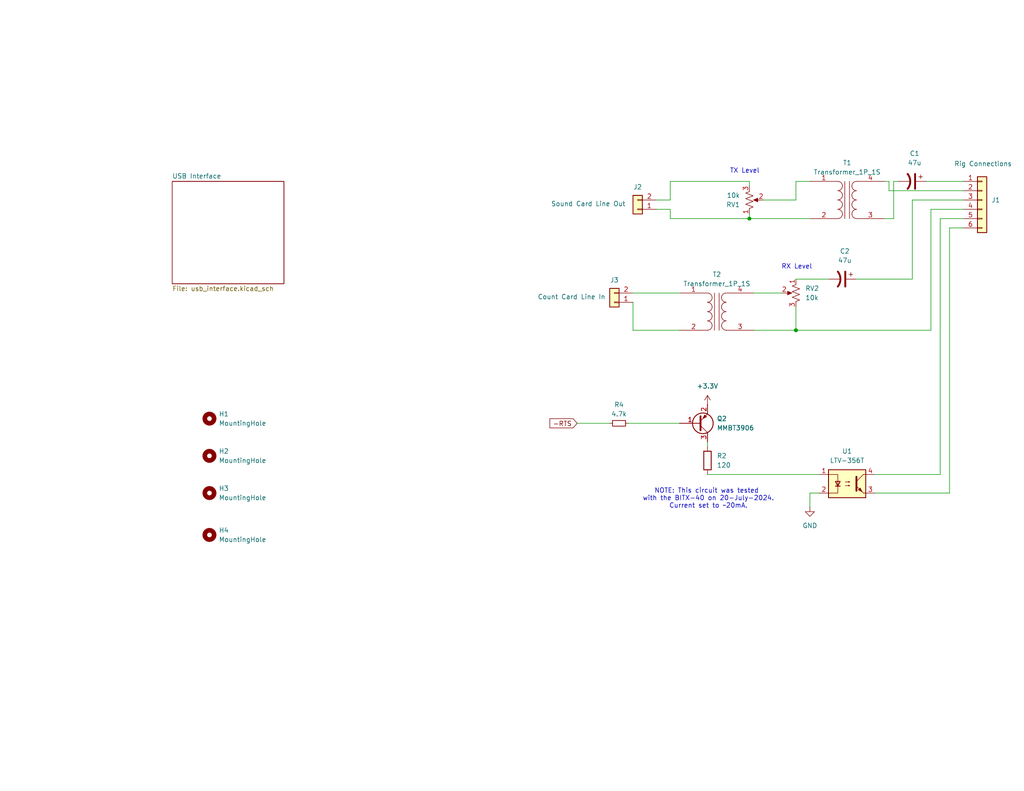
<source format=kicad_sch>
(kicad_sch (version 20231120) (generator "eeschema") (generator_version "8.0")
  (paper "USLetter")
  (title_block (title "Digital Interface") (date "2024-07-20") (rev "1") (company "Bruce MacKinnon KC1FSZ"))
  (lib_symbols
    (symbol "Connector_Generic:Conn_01x02" (pin_names (offset 1.016) hide)
      (property "Reference" "J" (at 0 2.54 0))
      (property "Value" "Conn_01x02" (at 0 -5.08 0))
      (symbol "Conn_01x02_1_1"
        (rectangle (start -1.27 -2.413) (end 0 -2.667) (stroke (width 0.1524)))
        (rectangle (start -1.27 0.127) (end 0 -0.127) (stroke (width 0.1524)))
        (rectangle (start -1.27 1.27) (end 1.27 -3.81) (stroke (width 0.254)) (fill (type background)))
        (pin passive line (at -5.08 0 0) (length 3.81) (name "Pin_1") (number "1"))
        (pin passive line (at -5.08 -2.54 0) (length 3.81) (name "Pin_2") (number "2"))
      )
    )
    (symbol "Connector_Generic:Conn_01x06" (pin_names (offset 1.016) hide)
      (property "Reference" "J" (at 0 7.62 0))
      (property "Value" "Conn_01x06" (at 0 -10.16 0))
      (symbol "Conn_01x06_1_1"
        (rectangle (start -1.27 -7.493) (end 0 -7.747) (stroke (width 0.1524)))
        (rectangle (start -1.27 -4.953) (end 0 -5.207) (stroke (width 0.1524)))
        (rectangle (start -1.27 -2.413) (end 0 -2.667) (stroke (width 0.1524)))
        (rectangle (start -1.27 0.127) (end 0 -0.127) (stroke (width 0.1524)))
        (rectangle (start -1.27 2.667) (end 0 2.413) (stroke (width 0.1524)))
        (rectangle (start -1.27 5.207) (end 0 4.953) (stroke (width 0.1524)))
        (rectangle (start -1.27 6.35) (end 1.27 -8.89) (stroke (width 0.254)) (fill (type background)))
        (pin passive line (at -5.08 5.08 0) (length 3.81) (name "Pin_1") (number "1"))
        (pin passive line (at -5.08 2.54 0) (length 3.81) (name "Pin_2") (number "2"))
        (pin passive line (at -5.08 0 0) (length 3.81) (name "Pin_3") (number "3"))
        (pin passive line (at -5.08 -2.54 0) (length 3.81) (name "Pin_4") (number "4"))
        (pin passive line (at -5.08 -5.08 0) (length 3.81) (name "Pin_5") (number "5"))
        (pin passive line (at -5.08 -7.62 0) (length 3.81) (name "Pin_6") (number "6"))
      )
    )
    (symbol "Device:C_Polarized_US" (pin_numbers hide) (pin_names (offset 0.254) hide)
      (property "Reference" "C" (at 0.635 2.54 0))
      (property "Value" "C_Polarized_US" (at 0.635 -2.54 0))
      (symbol "C_Polarized_US_0_1"
        (polyline (pts (xy -2.032 0.762) (xy 2.032 0.762)) (stroke (width 0.508)))
        (polyline (pts (xy -1.778 2.286) (xy -0.762 2.286)))
        (polyline (pts (xy -1.27 1.778) (xy -1.27 2.794)))
        (arc (start 2.032 -1.27) (mid 0 -0.5572) (end -2.032 -1.27) (stroke (width 0.508)))
      )
      (symbol "C_Polarized_US_1_1"
        (pin passive line (at 0 3.81 270) (length 2.794) (name "~") (number "1"))
        (pin passive line (at 0 -3.81 90) (length 3.302) (name "~") (number "2"))
      )
    )
    (symbol "Device:R" (pin_numbers hide) (pin_names (offset 0))
      (property "Reference" "R" (at 2.032 0 90))
      (property "Value" "R" (at 0 0 90))
      (symbol "R_0_1"
        (rectangle (start -1.016 -2.54) (end 1.016 2.54) (stroke (width 0.254)))
      )
      (symbol "R_1_1"
        (pin passive line (at 0 3.81 270) (length 1.27) (name "~") (number "1"))
        (pin passive line (at 0 -3.81 90) (length 1.27) (name "~") (number "2"))
      )
    )
    (symbol "Device:R_Potentiometer_US" (pin_names (offset 1.016) hide)
      (property "Reference" "RV" (at -4.445 0 90))
      (property "Value" "R_Potentiometer_US" (at -2.54 0 90))
      (symbol "R_Potentiometer_US_0_1"
        (polyline (pts (xy 0 -2.286) (xy 0 -2.54)))
        (polyline (pts (xy 0 2.54) (xy 0 2.286)))
        (polyline (pts (xy 2.54 0) (xy 1.524 0)))
        (polyline (pts (xy 1.143 0) (xy 2.286 0.508) (xy 2.286 -0.508) (xy 1.143 0)) (fill (type outline)))
        (polyline (pts (xy 0 -0.762) (xy 1.016 -1.143) (xy 0 -1.524) (xy -1.016 -1.905) (xy 0 -2.286)))
        (polyline (pts (xy 0 0.762) (xy 1.016 0.381) (xy 0 0) (xy -1.016 -0.381) (xy 0 -0.762)))
        (polyline (pts (xy 0 2.286) (xy 1.016 1.905) (xy 0 1.524) (xy -1.016 1.143) (xy 0 0.762)))
      )
      (symbol "R_Potentiometer_US_1_1"
        (pin passive line (at 0 3.81 270) (length 1.27) (name "1") (number "1"))
        (pin passive line (at 3.81 0 180) (length 1.27) (name "2") (number "2"))
        (pin passive line (at 0 -3.81 90) (length 1.27) (name "3") (number "3"))
      )
    )
    (symbol "Device:R_Small" (pin_numbers hide) (pin_names (offset 0.254) hide)
      (property "Reference" "R" (at 0.762 0.508 0))
      (property "Value" "R_Small" (at 0.762 -1.016 0))
      (symbol "R_Small_0_1"
        (rectangle (start -0.762 1.778) (end 0.762 -1.778) (stroke (width 0.2032)))
      )
      (symbol "R_Small_1_1"
        (pin passive line (at 0 2.54 270) (length 0.762) (name "~") (number "1"))
        (pin passive line (at 0 -2.54 90) (length 0.762) (name "~") (number "2"))
      )
    )
    (symbol "Device:Transformer_1P_1S" (pin_names (offset 1.016) hide)
      (property "Reference" "T" (at 0 6.35 0))
      (property "Value" "Transformer_1P_1S" (at 0 -7.62 0))
      (symbol "Transformer_1P_1S_0_1"
        (arc (start -2.54 -5.0546) (mid -1.6599 -4.6901) (end -1.27 -3.81))
        (arc (start -2.54 -2.5146) (mid -1.6599 -2.1501) (end -1.27 -1.27))
        (arc (start -2.54 0.0254) (mid -1.6599 0.3899) (end -1.27 1.27))
        (arc (start -2.54 2.5654) (mid -1.6599 2.9299) (end -1.27 3.81))
        (arc (start -1.27 -3.81) (mid -1.642 -2.912) (end -2.54 -2.54))
        (arc (start -1.27 -1.27) (mid -1.642 -0.372) (end -2.54 0))
        (arc (start -1.27 1.27) (mid -1.642 2.168) (end -2.54 2.54))
        (arc (start -1.27 3.81) (mid -1.642 4.708) (end -2.54 5.08))
        (polyline (pts (xy -0.635 5.08) (xy -0.635 -5.08)))
        (polyline (pts (xy 0.635 -5.08) (xy 0.635 5.08)))
        (arc (start 1.2954 -1.27) (mid 1.6599 -2.1501) (end 2.54 -2.5146))
        (arc (start 1.2954 1.27) (mid 1.6599 0.3899) (end 2.54 0.0254))
        (arc (start 1.2954 3.81) (mid 1.6599 2.9299) (end 2.54 2.5654))
        (arc (start 1.3208 -3.81) (mid 1.6853 -4.6901) (end 2.5654 -5.0546))
        (arc (start 2.54 0) (mid 1.642 -0.372) (end 1.2954 -1.27))
        (arc (start 2.54 2.54) (mid 1.642 2.168) (end 1.2954 1.27))
        (arc (start 2.54 5.08) (mid 1.642 4.708) (end 1.2954 3.81))
        (arc (start 2.5654 -2.54) (mid 1.6674 -2.912) (end 1.3208 -3.81))
      )
      (symbol "Transformer_1P_1S_1_1"
        (pin passive line (at -10.16 5.08 0) (length 7.62) (name "AA") (number "1"))
        (pin passive line (at -10.16 -5.08 0) (length 7.62) (name "AB") (number "2"))
        (pin passive line (at 10.16 -5.08 180) (length 7.62) (name "SA") (number "3"))
        (pin passive line (at 10.16 5.08 180) (length 7.62) (name "SB") (number "4"))
      )
    )
    (symbol "Isolator:LTV-356T" (pin_names (offset 1.016))
      (property "Reference" "U" (at -5.334 4.826 0))
      (property "Value" "LTV-356T" (at 0 5.08 0))
      (symbol "LTV-356T_0_1"
        (rectangle (start -5.08 3.81) (end 5.08 -3.81) (stroke (width 0.254)) (fill (type background)))
        (polyline (pts (xy -3.175 -0.635) (xy -1.905 -0.635)) (stroke (width 0.254)))
        (polyline (pts (xy 2.54 0.635) (xy 4.445 2.54)))
        (polyline (pts (xy 4.445 -2.54) (xy 2.54 -0.635)) (fill (type outline)))
        (polyline (pts (xy 4.445 -2.54) (xy 5.08 -2.54)))
        (polyline (pts (xy 4.445 2.54) (xy 5.08 2.54)))
        (polyline (pts (xy -5.08 2.54) (xy -2.54 2.54) (xy -2.54 -0.762)))
        (polyline (pts (xy -2.54 -0.635) (xy -2.54 -2.54) (xy -5.08 -2.54)))
        (polyline (pts (xy 2.54 1.905) (xy 2.54 -1.905) (xy 2.54 -1.905)) (stroke (width 0.508)))
        (polyline (pts (xy -2.54 -0.635) (xy -3.175 0.635) (xy -1.905 0.635) (xy -2.54 -0.635)) (stroke (width 0.254)))
        (polyline (pts (xy -0.508 -0.508) (xy 0.762 -0.508) (xy 0.381 -0.635) (xy 0.381 -0.381) (xy 0.762 -0.508)))
        (polyline (pts (xy -0.508 0.508) (xy 0.762 0.508) (xy 0.381 0.381) (xy 0.381 0.635) (xy 0.762 0.508)))
        (polyline (pts (xy 3.048 -1.651) (xy 3.556 -1.143) (xy 4.064 -2.159) (xy 3.048 -1.651) (xy 3.048 -1.651)) (fill (type outline)))
      )
      (symbol "LTV-356T_1_1"
        (pin passive line (at -7.62 2.54 0) (length 2.54) (name "~") (number "1"))
        (pin passive line (at -7.62 -2.54 0) (length 2.54) (name "~") (number "2"))
        (pin passive line (at 7.62 -2.54 180) (length 2.54) (name "~") (number "3"))
        (pin passive line (at 7.62 2.54 180) (length 2.54) (name "~") (number "4"))
      )
    )
    (symbol "Mechanical:MountingHole" (pin_names (offset 1.016)) (exclude_from_sim yes) (in_bom no)
      (property "Reference" "H" (at 0 5.08 0))
      (property "Value" "MountingHole" (at 0 3.175 0))
      (symbol "MountingHole_0_1"
        (circle (center 0 0) (radius 1.27) (stroke (width 1.27)))
      )
    )
    (symbol "Transistor_BJT:MMBT3906" (pin_names (offset 0) hide)
      (property "Reference" "Q" (at 5.08 1.905 0))
      (property "Value" "MMBT3906" (at 5.08 0 0))
      (symbol "MMBT3906_0_1"
        (polyline (pts (xy 0.635 0.635) (xy 2.54 2.54)))
        (polyline (pts (xy 0.635 -0.635) (xy 2.54 -2.54) (xy 2.54 -2.54)))
        (polyline (pts (xy 0.635 1.905) (xy 0.635 -1.905) (xy 0.635 -1.905)) (stroke (width 0.508)))
        (polyline (pts (xy 2.286 -1.778) (xy 1.778 -2.286) (xy 1.27 -1.27) (xy 2.286 -1.778) (xy 2.286 -1.778)) (fill (type outline)))
        (circle (center 1.27 0) (radius 2.8194) (stroke (width 0.254)))
      )
      (symbol "MMBT3906_1_1"
        (pin input line (at -5.08 0 0) (length 5.715) (name "B") (number "1"))
        (pin passive line (at 2.54 -5.08 90) (length 2.54) (name "E") (number "2"))
        (pin passive line (at 2.54 5.08 270) (length 2.54) (name "C") (number "3"))
      )
    )
    (symbol "power:+3.3V" (power) (pin_numbers hide) (pin_names (offset 0) hide)
      (property "Value" "+3.3V" (at 0 3.556 0))
      (symbol "+3.3V_0_1"
        (polyline (pts (xy -0.762 1.27) (xy 0 2.54)))
        (polyline (pts (xy 0 0) (xy 0 2.54)))
        (polyline (pts (xy 0 2.54) (xy 0.762 1.27)))
      )
      (symbol "+3.3V_1_1"
        (pin power_in line (at 0 0 90) (length 0) (name "~") (number "1"))
      )
    )
    (symbol "power:GND" (power) (pin_numbers hide) (pin_names (offset 0) hide)
      (property "Value" "GND" (at 0 -3.81 0))
      (symbol "GND_0_1"
        (polyline (pts (xy 0 0) (xy 0 -1.27) (xy 1.27 -1.27) (xy 0 -2.54) (xy -1.27 -1.27) (xy 0 -1.27)))
      )
      (symbol "GND_1_1"
        (pin power_in line (at 0 0 270) (length 0) (name "~") (number "1"))
      )
    )
  )
  (junction (at 217.17 90.17))
  (junction (at 204.47 59.69))
  (wire (pts (xy 256.54 129.54) (xy 256.54 59.69)))
  (wire (pts (xy 205.74 80.01) (xy 213.36 80.01)))
  (wire (pts (xy 252.73 49.53) (xy 262.89 49.53)))
  (wire (pts (xy 179.07 57.15) (xy 182.88 57.15)))
  (wire (pts (xy 217.17 83.82) (xy 217.17 90.17)))
  (wire (pts (xy 193.04 120.65) (xy 193.04 121.92)))
  (wire (pts (xy 182.88 59.69) (xy 204.47 59.69)))
  (wire (pts (xy 256.54 59.69) (xy 262.89 59.69)))
  (wire (pts (xy 242.57 52.07) (xy 242.57 49.53)))
  (wire (pts (xy 217.17 49.53) (xy 220.98 49.53)))
  (wire (pts (xy 204.47 49.53) (xy 204.47 50.8)))
  (wire (pts (xy 172.72 80.01) (xy 185.42 80.01)))
  (wire (pts (xy 243.84 49.53) (xy 243.84 59.69)))
  (wire (pts (xy 217.17 54.61) (xy 217.17 49.53)))
  (wire (pts (xy 220.98 134.62) (xy 220.98 138.43)))
  (wire (pts (xy 259.08 62.23) (xy 262.89 62.23)))
  (wire (pts (xy 238.76 129.54) (xy 256.54 129.54)))
  (wire (pts (xy 172.72 90.17) (xy 185.42 90.17)))
  (wire (pts (xy 259.08 134.62) (xy 259.08 62.23)))
  (wire (pts (xy 245.11 49.53) (xy 243.84 49.53)))
  (wire (pts (xy 179.07 54.61) (xy 182.88 54.61)))
  (wire (pts (xy 182.88 54.61) (xy 182.88 49.53)))
  (wire (pts (xy 248.92 54.61) (xy 262.89 54.61)))
  (wire (pts (xy 217.17 76.2) (xy 226.06 76.2)))
  (wire (pts (xy 254 57.15) (xy 262.89 57.15)))
  (wire (pts (xy 205.74 90.17) (xy 217.17 90.17)))
  (wire (pts (xy 172.72 82.55) (xy 172.72 90.17)))
  (wire (pts (xy 242.57 52.07) (xy 262.89 52.07)))
  (wire (pts (xy 157.48 115.57) (xy 166.37 115.57)))
  (wire (pts (xy 238.76 134.62) (xy 259.08 134.62)))
  (wire (pts (xy 182.88 57.15) (xy 182.88 59.69)))
  (wire (pts (xy 171.45 115.57) (xy 185.42 115.57)))
  (wire (pts (xy 223.52 134.62) (xy 220.98 134.62)))
  (wire (pts (xy 193.04 129.54) (xy 223.52 129.54)))
  (wire (pts (xy 243.84 59.69) (xy 241.3 59.69)))
  (wire (pts (xy 254 57.15) (xy 254 90.17)))
  (wire (pts (xy 233.68 76.2) (xy 248.92 76.2)))
  (wire (pts (xy 182.88 49.53) (xy 204.47 49.53)))
  (wire (pts (xy 208.28 54.61) (xy 217.17 54.61)))
  (wire (pts (xy 217.17 90.17) (xy 254 90.17)))
  (wire (pts (xy 248.92 76.2) (xy 248.92 54.61)))
  (wire (pts (xy 241.3 49.53) (xy 242.57 49.53)))
  (wire (pts (xy 204.47 59.69) (xy 220.98 59.69)))
  (wire (pts (xy 204.47 58.42) (xy 204.47 59.69)))
  (text "RX Level" (at 217.424 72.898 0) (effects (font (size 1.27 1.27))))
  (text "NOTE: This circuit was tested \nwith the BITX-40 on 20-July-2024.\nCurrent set to ~20mA." (at 193.294 136.144 0) (effects (font (size 1.27 1.27))))
  (text "TX Level" (at 203.2 46.736 0) (effects (font (size 1.27 1.27))))
  (global_label "-RTS" (shape input) (at 157.48 115.57 180) (property "Intersheetrefs" "${INTERSHEET_REFS}" (effects (hide yes))))
  (symbol (lib_id "Device:R_Potentiometer_US") (at 217.17 80.01 0) (mirror y) (unit 1)
    (property "Reference" "RV2" (at 219.71 78.7399 0) (effects (justify right)))
    (property "Value" "10k" (at 219.71 81.2799 0) (effects (justify right)))
    (property "Footprint" "bruce-footprints:POT_3362P" (effects (hide yes)))
    (property "Description" "Potentiometer, US symbol" (effects (hide yes)))
  )
  (symbol (lib_id "Connector_Generic:Conn_01x02") (at 167.64 82.55 180) (unit 1)
    (property "Reference" "J3" (at 167.64 76.454 0))
    (property "Value" "Count Card Line In" (at 155.956 81.026 0))
    (property "Footprint" "Connector_PinHeader_2.54mm:PinHeader_1x02_P2.54mm_Vertical" (effects (hide yes)))
    (property "Description" "Generic connector, single row, 01x02, script generated (kicad-library-utils/schlib/autogen/connector/)" (effects (hide yes)))
  )
  (symbol (lib_id "power:GND") (at 220.98 138.43 0) (unit 1)
    (property "Reference" "#PWR03" (effects (hide yes)))
    (property "Value" "GND" (at 220.98 143.51 0))
    (property "Description" "Power symbol creates a global label with name \"GND\" , ground" (effects (hide yes)))
  )
  (symbol (lib_id "Device:C_Polarized_US") (at 229.87 76.2 270) (unit 1)
    (property "Reference" "C2" (at 230.505 68.58 90))
    (property "Value" "47u" (at 230.505 71.12 90))
    (property "Footprint" "Capacitor_THT:CP_Radial_D5.0mm_P2.50mm" (effects (hide yes)))
    (property "Description" "Polarized capacitor, US symbol" (effects (hide yes)))
  )
  (symbol (lib_id "Transistor_BJT:MMBT3906") (at 190.5 115.57 0) (mirror x) (unit 1)
    (property "Reference" "Q2" (at 195.58 114.2999 0) (effects (justify left)))
    (property "Value" "MMBT3906" (at 195.58 116.8399 0) (effects (justify left)))
    (property "Footprint" "Package_TO_SOT_SMD:SOT-23" (effects (hide yes)))
    (property "Datasheet" "https://www.onsemi.com/pdf/datasheet/pzt3906-d.pdf" (effects (hide yes)))
    (property "Description" "-0.2A Ic, -40V Vce, Small Signal PNP Transistor, SOT-23" (effects (hide yes)))
  )
  (symbol (lib_id "Mechanical:MountingHole") (at 57.15 146.05 0) (unit 1) (exclude_from_sim yes) (in_bom no)
    (property "Reference" "H4" (at 59.69 144.7799 0) (effects (justify left)))
    (property "Value" "MountingHole" (at 59.69 147.3199 0) (effects (justify left)))
    (property "Footprint" "MountingHole:MountingHole_4mm" (effects (hide yes)))
    (property "Description" "Mounting Hole without connection" (effects (hide yes)))
  )
  (symbol (lib_id "Connector_Generic:Conn_01x02") (at 173.99 57.15 180) (unit 1)
    (property "Reference" "J2" (at 173.99 51.054 0))
    (property "Value" "Sound Card Line Out" (at 160.528 55.626 0))
    (property "Footprint" "Connector_PinHeader_2.54mm:PinHeader_1x02_P2.54mm_Vertical" (effects (hide yes)))
    (property "Description" "Generic connector, single row, 01x02, script generated (kicad-library-utils/schlib/autogen/connector/)" (effects (hide yes)))
  )
  (symbol (lib_id "Mechanical:MountingHole") (at 57.15 124.46 0) (unit 1) (exclude_from_sim yes) (in_bom no)
    (property "Reference" "H2" (at 59.69 123.1899 0) (effects (justify left)))
    (property "Value" "MountingHole" (at 59.69 125.7299 0) (effects (justify left)))
    (property "Footprint" "MountingHole:MountingHole_4mm" (effects (hide yes)))
    (property "Description" "Mounting Hole without connection" (effects (hide yes)))
  )
  (symbol (lib_id "Mechanical:MountingHole") (at 57.15 114.3 0) (unit 1) (exclude_from_sim yes) (in_bom no)
    (property "Reference" "H1" (at 59.69 113.0299 0) (effects (justify left)))
    (property "Value" "MountingHole" (at 59.69 115.5699 0) (effects (justify left)))
    (property "Footprint" "MountingHole:MountingHole_4mm" (effects (hide yes)))
    (property "Description" "Mounting Hole without connection" (effects (hide yes)))
  )
  (symbol (lib_id "power:+3.3V") (at 193.04 110.49 0) (unit 1)
    (property "Reference" "#PWR04" (effects (hide yes)))
    (property "Value" "+3.3V" (at 193.04 105.41 0))
    (property "Description" "Power symbol creates a global label with name \"+3.3V\"" (effects (hide yes)))
  )
  (symbol (lib_id "Connector_Generic:Conn_01x06") (at 267.97 54.61 0) (unit 1)
    (property "Reference" "J1" (at 270.51 54.6099 0) (effects (justify left)))
    (property "Value" "Rig Connections" (at 260.35 44.704 0) (effects (justify left)))
    (property "Footprint" "Connector_PinHeader_2.54mm:PinHeader_1x06_P2.54mm_Vertical" (effects (hide yes)))
    (property "Description" "Generic connector, single row, 01x06, script generated (kicad-library-utils/schlib/autogen/connector/)" (effects (hide yes)))
  )
  (symbol (lib_id "Device:C_Polarized_US") (at 248.92 49.53 270) (unit 1)
    (property "Reference" "C1" (at 249.555 41.91 90))
    (property "Value" "47u" (at 249.555 44.45 90))
    (property "Footprint" "Capacitor_THT:CP_Radial_D5.0mm_P2.50mm" (effects (hide yes)))
    (property "Description" "Polarized capacitor, US symbol" (effects (hide yes)))
  )
  (symbol (lib_id "Isolator:LTV-356T") (at 231.14 132.08 0) (unit 1)
    (property "Reference" "U1" (at 231.14 123.19 0))
    (property "Value" "LTV-356T" (at 231.14 125.73 0))
    (property "Footprint" "Package_SO:SO-4_4.4x3.6mm_P2.54mm" (effects (hide yes)))
    (property "Datasheet" "http://optoelectronics.liteon.com/upload/download/DS70-2001-010/S_110_LTV-356T%2020140520.pdf" (effects (hide yes)))
    (property "Description" "DC Optocoupler, Vce 80V, CTR 50%, SO-4" (effects (hide yes)))
  )
  (symbol (lib_id "Device:R_Potentiometer_US") (at 204.47 54.61 0) (mirror x) (unit 1)
    (property "Reference" "RV1" (at 201.93 55.8801 0) (effects (justify right)))
    (property "Value" "10k" (at 201.93 53.3401 0) (effects (justify right)))
    (property "Footprint" "bruce-footprints:POT_3362P" (effects (hide yes)))
    (property "Description" "Potentiometer, US symbol" (effects (hide yes)))
  )
  (symbol (lib_id "Device:Transformer_1P_1S") (at 195.58 85.09 0) (unit 1)
    (property "Reference" "T2" (at 195.5927 74.93 0))
    (property "Value" "Transformer_1P_1S" (at 195.5927 77.47 0))
    (property "Footprint" "bruce-footprints:CheapAudioTransformer" (effects (hide yes)))
    (property "Description" "Transformer, single primary, single secondary" (effects (hide yes)))
  )
  (symbol (lib_id "Device:R_Small") (at 168.91 115.57 90) (unit 1)
    (property "Reference" "R4" (at 168.91 110.49 90))
    (property "Value" "4.7k" (at 168.91 113.03 90))
    (property "Footprint" "Resistor_SMD:R_0805_2012Metric_Pad1.20x1.40mm_HandSolder" (effects (hide yes)))
    (property "Description" "Resistor, small symbol" (effects (hide yes)))
  )
  (symbol (lib_id "Mechanical:MountingHole") (at 57.15 134.62 0) (unit 1) (exclude_from_sim yes) (in_bom no)
    (property "Reference" "H3" (at 59.69 133.3499 0) (effects (justify left)))
    (property "Value" "MountingHole" (at 59.69 135.8899 0) (effects (justify left)))
    (property "Footprint" "MountingHole:MountingHole_4mm" (effects (hide yes)))
    (property "Description" "Mounting Hole without connection" (effects (hide yes)))
  )
  (symbol (lib_id "Device:R") (at 193.04 125.73 0) (unit 1)
    (property "Reference" "R2" (at 195.58 124.4599 0) (effects (justify left)))
    (property "Value" "120" (at 195.58 126.9999 0) (effects (justify left)))
    (property "Footprint" "Resistor_SMD:R_0805_2012Metric_Pad1.20x1.40mm_HandSolder" (effects (hide yes)))
    (property "Description" "Resistor" (effects (hide yes)))
  )
  (symbol (lib_id "Device:Transformer_1P_1S") (at 231.14 54.61 0) (unit 1)
    (property "Reference" "T1" (at 231.1527 44.45 0))
    (property "Value" "Transformer_1P_1S" (at 231.1527 46.99 0))
    (property "Footprint" "bruce-footprints:CheapAudioTransformer" (effects (hide yes)))
    (property "Description" "Transformer, single primary, single secondary" (effects (hide yes)))
  )
  (sheet (at 46.99 49.53) (size 30.48 27.94) (stroke (width 0.1524))
    (property "Sheetname" "USB Interface" (at 46.99 48.8184 0) (effects (justify left bottom)))
    (property "Sheetfile" "usb_interface.kicad_sch" (at 46.99 78.0546 0) (effects (justify left top)))
  )
)
</source>
